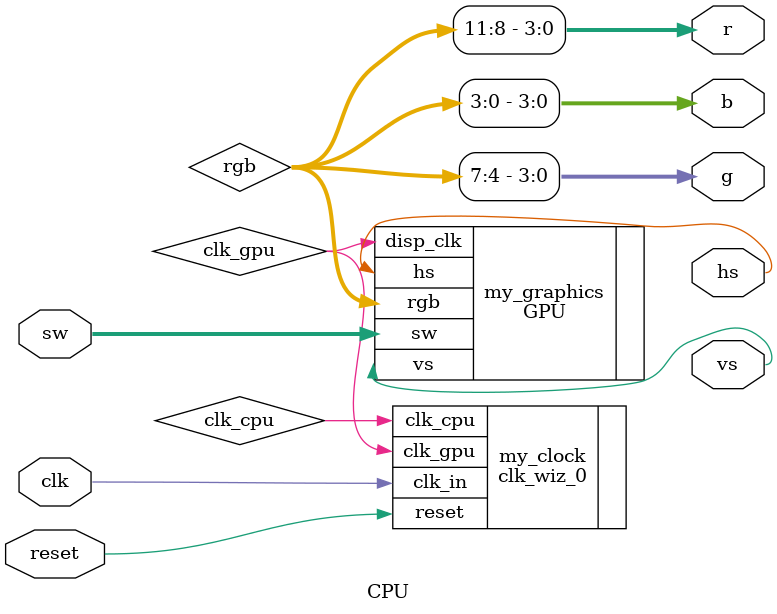
<source format=v>
`timescale 1ns / 1ps


module CPU(
    input   wire        clk,
    input   wire        reset,
    input   wire [15:0] sw,
    output  wire        vs,
    output  wire        hs,
    output  wire [3:0]  r,
    output  wire [3:0]  g,
    output  wire [3:0]  b
    );
    
wire clk_cpu, clk_gpu;
wire [11:0] rgb;
    
clk_wiz_0 my_clock
(
    .clk_in(clk),
    .reset(reset),
    .clk_cpu(clk_cpu),
    .clk_gpu(clk_gpu)
);
    
GPU my_graphics
(
    .sw(sw),
    .disp_clk(clk_gpu),
    .vs(vs),
    .hs(hs),
    .rgb(rgb)
);

assign r[3:0] = rgb[11:8];
assign g[3:0] = rgb[7:4];
assign b[3:0] = rgb[3:0];

endmodule

</source>
